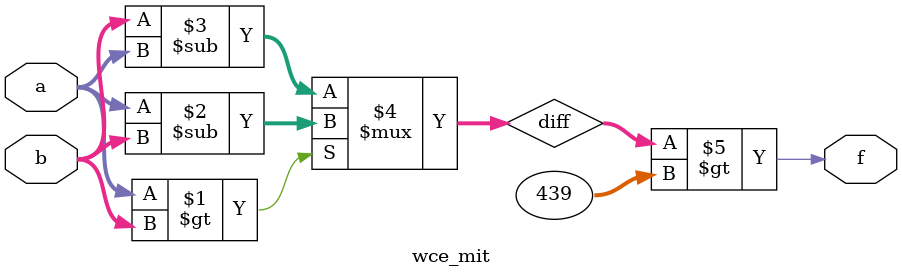
<source format=v>
module wce_mit(a, b, f);
parameter _bit = 18;
parameter wce = 439;
input [_bit - 1: 0] a;
input [_bit - 1: 0] b;
output f;
wire [_bit - 1: 0] diff;
assign diff = (a > b)? (a - b): (b - a);
assign f = (diff > wce);
endmodule

</source>
